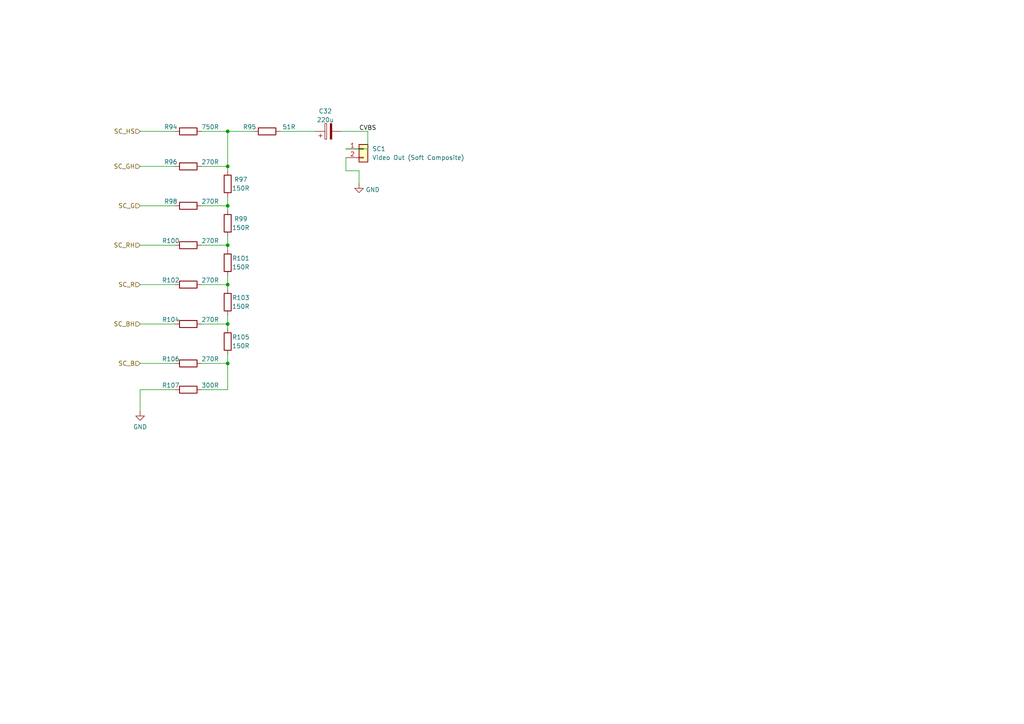
<source format=kicad_sch>
(kicad_sch (version 20231120) (generator "eeschema") (generator_version "8.0")
  (paper "A4")
  (title_block (title "TurboFRANK") (date "2025-01-28") (rev "1.0") (company "Mikhail Matveev") (comment 1 "https://github.com/xtremespb/frank"))
  (lib_symbols
    (symbol "Connector_Generic:Conn_01x02" (pin_names (offset 1.016) hide)
      (property "Reference" "J" (at 0 2.54 0))
      (property "Value" "Conn_01x02" (at 0 -5.08 0))
      (symbol "Conn_01x02_1_1"
        (rectangle (start -1.27 -2.413) (end 0 -2.667) (stroke (width 0.1524)))
        (rectangle (start -1.27 0.127) (end 0 -0.127) (stroke (width 0.1524)))
        (rectangle (start -1.27 1.27) (end 1.27 -3.81) (stroke (width 0.254)) (fill (type background)))
        (pin passive line (at -5.08 0 0) (length 3.81) (name "Pin_1") (number "1"))
        (pin passive line (at -5.08 -2.54 0) (length 3.81) (name "Pin_2") (number "2"))
      )
    )
    (symbol "Device:C_Polarized" (pin_numbers hide) (pin_names (offset 0.254))
      (property "Reference" "C" (at 0.635 2.54 0))
      (property "Value" "C_Polarized" (at 0.635 -2.54 0))
      (symbol "C_Polarized_0_1"
        (rectangle (start -2.286 0.508) (end 2.286 1.016))
        (polyline (pts (xy -1.778 2.286) (xy -0.762 2.286)))
        (polyline (pts (xy -1.27 2.794) (xy -1.27 1.778)))
        (rectangle (start 2.286 -0.508) (end -2.286 -1.016) (fill (type outline)))
      )
      (symbol "C_Polarized_1_1"
        (pin passive line (at 0 3.81 270) (length 2.794) (name "~") (number "1"))
        (pin passive line (at 0 -3.81 90) (length 2.794) (name "~") (number "2"))
      )
    )
    (symbol "Device:R" (pin_numbers hide) (pin_names (offset 0))
      (property "Reference" "R" (at 2.032 0 90))
      (property "Value" "R" (at 0 0 90))
      (symbol "R_0_1"
        (rectangle (start -1.016 -2.54) (end 1.016 2.54) (stroke (width 0.254)))
      )
      (symbol "R_1_1"
        (pin passive line (at 0 3.81 270) (length 1.27) (name "~") (number "1"))
        (pin passive line (at 0 -3.81 90) (length 1.27) (name "~") (number "2"))
      )
    )
    (symbol "GND_1" (power) (pin_numbers hide) (pin_names (offset 0) hide)
      (property "Value" "GND" (at 0 -3.81 0))
      (symbol "GND_1_0_1"
        (polyline (pts (xy 0 0) (xy 0 -1.27) (xy 1.27 -1.27) (xy 0 -2.54) (xy -1.27 -1.27) (xy 0 -1.27)))
      )
      (symbol "GND_1_1_1"
        (pin power_in line (at 0 0 270) (length 0) (name "~") (number "1"))
      )
    )
    (symbol "power:GND" (power) (pin_numbers hide) (pin_names (offset 0) hide)
      (property "Value" "GND" (at 0 -3.81 0))
      (symbol "GND_0_1"
        (polyline (pts (xy 0 0) (xy 0 -1.27) (xy 1.27 -1.27) (xy 0 -2.54) (xy -1.27 -1.27) (xy 0 -1.27)))
      )
      (symbol "GND_1_1"
        (pin power_in line (at 0 0 270) (length 0) (name "~") (number "1"))
      )
    )
  )
  (junction (at 66.04 93.98))
  (junction (at 66.04 59.69))
  (junction (at 66.04 71.12))
  (junction (at 66.04 105.41))
  (junction (at 66.04 38.1))
  (junction (at 66.04 82.55))
  (junction (at 66.04 48.26))
  (wire (pts (xy 66.04 57.15) (xy 66.04 59.69)))
  (wire (pts (xy 66.04 91.44) (xy 66.04 93.98)))
  (wire (pts (xy 58.42 59.69) (xy 66.04 59.69)))
  (wire (pts (xy 58.42 93.98) (xy 66.04 93.98)))
  (wire (pts (xy 66.04 48.26) (xy 66.04 49.53)))
  (wire (pts (xy 58.42 82.55) (xy 66.04 82.55)))
  (wire (pts (xy 58.42 48.26) (xy 66.04 48.26)))
  (wire (pts (xy 100.33 49.53) (xy 104.14 49.53)))
  (wire (pts (xy 50.8 113.03) (xy 40.64 113.03)))
  (wire (pts (xy 40.64 93.98) (xy 50.8 93.98)))
  (wire (pts (xy 100.33 49.53) (xy 100.33 45.72)))
  (wire (pts (xy 66.04 59.69) (xy 66.04 60.96)))
  (wire (pts (xy 104.14 49.53) (xy 104.14 53.34)))
  (wire (pts (xy 106.68 38.1) (xy 99.06 38.1)))
  (wire (pts (xy 106.68 43.18) (xy 100.33 43.18)))
  (wire (pts (xy 40.64 105.41) (xy 50.8 105.41)))
  (wire (pts (xy 66.04 105.41) (xy 66.04 113.03)))
  (wire (pts (xy 66.04 102.87) (xy 66.04 105.41)))
  (wire (pts (xy 58.42 38.1) (xy 66.04 38.1)))
  (wire (pts (xy 66.04 68.58) (xy 66.04 71.12)))
  (wire (pts (xy 40.64 71.12) (xy 50.8 71.12)))
  (wire (pts (xy 40.64 113.03) (xy 40.64 119.38)))
  (wire (pts (xy 66.04 38.1) (xy 73.66 38.1)))
  (wire (pts (xy 40.64 82.55) (xy 50.8 82.55)))
  (wire (pts (xy 40.64 48.26) (xy 50.8 48.26)))
  (wire (pts (xy 66.04 113.03) (xy 58.42 113.03)))
  (wire (pts (xy 66.04 71.12) (xy 66.04 72.39)))
  (wire (pts (xy 106.68 43.18) (xy 106.68 38.1)))
  (wire (pts (xy 66.04 80.01) (xy 66.04 82.55)))
  (wire (pts (xy 81.28 38.1) (xy 91.44 38.1)))
  (wire (pts (xy 66.04 93.98) (xy 66.04 95.25)))
  (wire (pts (xy 66.04 38.1) (xy 66.04 48.26)))
  (wire (pts (xy 58.42 71.12) (xy 66.04 71.12)))
  (wire (pts (xy 58.42 105.41) (xy 66.04 105.41)))
  (wire (pts (xy 40.64 38.1) (xy 50.8 38.1)))
  (wire (pts (xy 40.64 59.69) (xy 50.8 59.69)))
  (wire (pts (xy 66.04 82.55) (xy 66.04 83.82)))
  (label "CVBS" (at 104.14 38.1 0))
  (hierarchical_label "SC_R" (shape input) (at 40.64 82.55 180))
  (hierarchical_label "SC_RH" (shape input) (at 40.64 71.12 180))
  (hierarchical_label "SC_GH" (shape input) (at 40.64 48.26 180))
  (hierarchical_label "SC_G" (shape input) (at 40.64 59.69 180))
  (hierarchical_label "SC_B" (shape input) (at 40.64 105.41 180))
  (hierarchical_label "SC_BH" (shape input) (at 40.64 93.98 180))
  (hierarchical_label "SC_HS" (shape input) (at 40.64 38.1 180))
  (symbol (lib_id "Device:R") (at 66.04 99.06 180) (unit 1)
    (property "Reference" "R105" (at 69.85 97.79 0))
    (property "Value" "150R" (at 69.85 100.33 0))
    (property "Footprint" "FRANK:Resistor (0805)" (effects (hide yes)))
    (property "Datasheet" "https://www.vishay.com/docs/28952/mcs0402at-mct0603at-mcu0805at-mca1206at.pdf" (effects (hide yes)))
  )
  (symbol (lib_id "Device:R") (at 54.61 93.98 90) (unit 1)
    (property "Reference" "R104" (at 49.53 92.71 90))
    (property "Value" "270R" (at 60.96 92.71 90))
    (property "Footprint" "FRANK:Resistor (0805)" (effects (hide yes)))
    (property "Datasheet" "https://www.vishay.com/docs/28952/mcs0402at-mct0603at-mcu0805at-mca1206at.pdf" (effects (hide yes)))
  )
  (symbol (lib_name "GND_1") (lib_id "power:GND") (at 104.14 53.34 0) (unit 1)
    (property "Reference" "#PWR0101" (effects (hide yes)))
    (property "Value" "GND" (at 106.045 55.0438 0) (effects (justify left)))
    (property "Description" "Power symbol creates a global label with name \"GND\" , ground" (effects (hide yes)))
  )
  (symbol (lib_id "Device:R") (at 54.61 71.12 90) (unit 1)
    (property "Reference" "R100" (at 49.53 69.85 90))
    (property "Value" "270R" (at 60.96 69.85 90))
    (property "Footprint" "FRANK:Resistor (0805)" (effects (hide yes)))
    (property "Datasheet" "https://www.vishay.com/docs/28952/mcs0402at-mct0603at-mcu0805at-mca1206at.pdf" (effects (hide yes)))
  )
  (symbol (lib_id "Device:R") (at 54.61 48.26 90) (unit 1)
    (property "Reference" "R96" (at 49.53 46.99 90))
    (property "Value" "270R" (at 60.96 46.99 90))
    (property "Footprint" "FRANK:Resistor (0805)" (effects (hide yes)))
    (property "Datasheet" "https://www.vishay.com/docs/28952/mcs0402at-mct0603at-mcu0805at-mca1206at.pdf" (effects (hide yes)))
  )
  (symbol (lib_id "Device:R") (at 54.61 38.1 90) (unit 1)
    (property "Reference" "R94" (at 49.53 36.83 90))
    (property "Value" "750R" (at 60.96 36.83 90))
    (property "Footprint" "FRANK:Resistor (0805)" (effects (hide yes)))
    (property "Datasheet" "https://www.vishay.com/docs/28952/mcs0402at-mct0603at-mcu0805at-mca1206at.pdf" (effects (hide yes)))
  )
  (symbol (lib_id "Device:R") (at 66.04 76.2 180) (unit 1)
    (property "Reference" "R101" (at 69.85 74.93 0))
    (property "Value" "150R" (at 69.85 77.47 0))
    (property "Footprint" "FRANK:Resistor (0805)" (effects (hide yes)))
    (property "Datasheet" "https://www.vishay.com/docs/28952/mcs0402at-mct0603at-mcu0805at-mca1206at.pdf" (effects (hide yes)))
  )
  (symbol (lib_id "Device:R") (at 54.61 113.03 90) (unit 1)
    (property "Reference" "R107" (at 49.53 111.76 90))
    (property "Value" "300R" (at 60.96 111.76 90))
    (property "Footprint" "FRANK:Resistor (0805)" (effects (hide yes)))
    (property "Datasheet" "https://www.vishay.com/docs/28952/mcs0402at-mct0603at-mcu0805at-mca1206at.pdf" (effects (hide yes)))
  )
  (symbol (lib_id "Device:C_Polarized") (at 95.25 38.1 90) (unit 1)
    (property "Reference" "C32" (at 94.361 32.2412 90))
    (property "Value" "220u" (at 94.361 34.7781 90))
    (property "Footprint" "FRANK:Capacitor (3528, tantalum, polar)" (effects (hide yes)))
    (property "Datasheet" "https://eu.mouser.com/datasheet/2/447/KEM_T2005_T491-3316937.pdf" (effects (hide yes)))
  )
  (symbol (lib_id "Device:R") (at 54.61 59.69 90) (unit 1)
    (property "Reference" "R98" (at 49.53 58.42 90))
    (property "Value" "270R" (at 60.96 58.42 90))
    (property "Footprint" "FRANK:Resistor (0805)" (effects (hide yes)))
    (property "Datasheet" "https://www.vishay.com/docs/28952/mcs0402at-mct0603at-mcu0805at-mca1206at.pdf" (effects (hide yes)))
  )
  (symbol (lib_id "Device:R") (at 77.47 38.1 90) (unit 1)
    (property "Reference" "R95" (at 72.39 36.83 90))
    (property "Value" "51R" (at 83.82 36.83 90))
    (property "Footprint" "FRANK:Resistor (0805)" (effects (hide yes)))
    (property "Datasheet" "https://www.vishay.com/docs/28952/mcs0402at-mct0603at-mcu0805at-mca1206at.pdf" (effects (hide yes)))
  )
  (symbol (lib_id "Device:R") (at 54.61 82.55 90) (unit 1)
    (property "Reference" "R102" (at 49.53 81.28 90))
    (property "Value" "270R" (at 60.96 81.28 90))
    (property "Footprint" "FRANK:Resistor (0805)" (effects (hide yes)))
    (property "Datasheet" "https://www.vishay.com/docs/28952/mcs0402at-mct0603at-mcu0805at-mca1206at.pdf" (effects (hide yes)))
  )
  (symbol (lib_id "Device:R") (at 66.04 87.63 180) (unit 1)
    (property "Reference" "R103" (at 69.85 86.36 0))
    (property "Value" "150R" (at 69.85 88.9 0))
    (property "Footprint" "FRANK:Resistor (0805)" (effects (hide yes)))
    (property "Datasheet" "https://www.vishay.com/docs/28952/mcs0402at-mct0603at-mcu0805at-mca1206at.pdf" (effects (hide yes)))
  )
  (symbol (lib_id "Device:R") (at 54.61 105.41 90) (unit 1)
    (property "Reference" "R106" (at 49.53 104.14 90))
    (property "Value" "270R" (at 60.96 104.14 90))
    (property "Footprint" "FRANK:Resistor (0805)" (effects (hide yes)))
    (property "Datasheet" "https://www.vishay.com/docs/28952/mcs0402at-mct0603at-mcu0805at-mca1206at.pdf" (effects (hide yes)))
  )
  (symbol (lib_id "Connector_Generic:Conn_01x02") (at 105.41 43.18 0) (unit 1)
    (property "Reference" "SC1" (at 107.95 43.1799 0) (effects (justify left)))
    (property "Value" "Video Out (Soft Composite)" (at 107.95 45.7199 0) (effects (justify left)))
    (property "Footprint" "FRANK:RCA" (effects (hide yes)))
  )
  (symbol (lib_id "Device:R") (at 66.04 53.34 180) (unit 1)
    (property "Reference" "R97" (at 69.85 52.07 0))
    (property "Value" "150R" (at 69.85 54.61 0))
    (property "Footprint" "FRANK:Resistor (0805)" (effects (hide yes)))
    (property "Datasheet" "https://www.vishay.com/docs/28952/mcs0402at-mct0603at-mcu0805at-mca1206at.pdf" (effects (hide yes)))
  )
  (symbol (lib_id "Device:R") (at 66.04 64.77 180) (unit 1)
    (property "Reference" "R99" (at 69.85 63.5 0))
    (property "Value" "150R" (at 69.85 66.04 0))
    (property "Footprint" "FRANK:Resistor (0805)" (effects (hide yes)))
    (property "Datasheet" "https://www.vishay.com/docs/28952/mcs0402at-mct0603at-mcu0805at-mca1206at.pdf" (effects (hide yes)))
  )
  (symbol (lib_id "power:GND") (at 40.64 119.38 0) (unit 1)
    (property "Reference" "#PWR0102" (effects (hide yes)))
    (property "Value" "GND" (at 40.64 123.8234 0))
    (property "Description" "Power symbol creates a global label with name \"GND\" , ground" (effects (hide yes)))
  )
)
</source>
